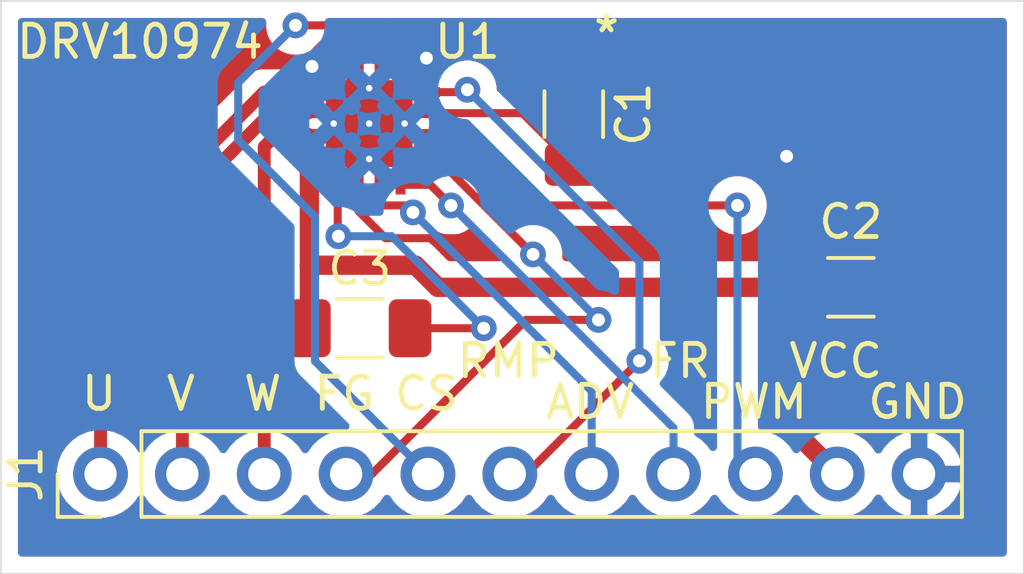
<source format=kicad_pcb>
(kicad_pcb (version 20171130) (host pcbnew "(5.1.10)-1")

  (general
    (thickness 1.6)
    (drawings 15)
    (tracks 92)
    (zones 0)
    (modules 5)
    (nets 15)
  )

  (page A4)
  (title_block
    (title "DRV10974 Evaluation Board")
    (date 2021-08-26)
    (rev V1.0)
    (company "Fabian Haller")
  )

  (layers
    (0 F.Cu signal hide)
    (31 B.Cu signal hide)
    (32 B.Adhes user hide)
    (33 F.Adhes user hide)
    (34 B.Paste user hide)
    (35 F.Paste user)
    (36 B.SilkS user hide)
    (37 F.SilkS user hide)
    (38 B.Mask user hide)
    (39 F.Mask user hide)
    (40 Dwgs.User user hide)
    (41 Cmts.User user hide)
    (42 Eco1.User user hide)
    (43 Eco2.User user hide)
    (44 Edge.Cuts user)
    (45 Margin user hide)
    (46 B.CrtYd user hide)
    (47 F.CrtYd user hide)
    (48 B.Fab user hide)
    (49 F.Fab user hide)
  )

  (setup
    (last_trace_width 0.4)
    (user_trace_width 0.4)
    (user_trace_width 0.6)
    (trace_clearance 0.2)
    (zone_clearance 0.508)
    (zone_45_only no)
    (trace_min 0.2)
    (via_size 0.8)
    (via_drill 0.4)
    (via_min_size 0.6)
    (via_min_drill 0.3)
    (uvia_size 0.3)
    (uvia_drill 0.1)
    (uvias_allowed no)
    (uvia_min_size 0.2)
    (uvia_min_drill 0.1)
    (edge_width 0.05)
    (segment_width 0.2)
    (pcb_text_width 0.3)
    (pcb_text_size 1.5 1.5)
    (mod_edge_width 0.12)
    (mod_text_size 1 1)
    (mod_text_width 0.15)
    (pad_size 0.499999 0.499999)
    (pad_drill 0.2032)
    (pad_to_mask_clearance 0)
    (aux_axis_origin 0 0)
    (visible_elements FFFFFF7F)
    (pcbplotparams
      (layerselection 0x010fc_ffffffff)
      (usegerberextensions false)
      (usegerberattributes true)
      (usegerberadvancedattributes true)
      (creategerberjobfile true)
      (excludeedgelayer true)
      (linewidth 0.100000)
      (plotframeref false)
      (viasonmask false)
      (mode 1)
      (useauxorigin false)
      (hpglpennumber 1)
      (hpglpenspeed 20)
      (hpglpendiameter 15.000000)
      (psnegative false)
      (psa4output false)
      (plotreference true)
      (plotvalue true)
      (plotinvisibletext false)
      (padsonsilk false)
      (subtractmaskfromsilk false)
      (outputformat 1)
      (mirror false)
      (drillshape 0)
      (scaleselection 1)
      (outputdirectory "Gerber/"))
  )

  (net 0 "")
  (net 1 GND)
  (net 2 "Net-(C1-Pad2)")
  (net 3 VCC)
  (net 4 "Net-(C3-Pad2)")
  (net 5 /U)
  (net 6 /V)
  (net 7 /W)
  (net 8 /FG)
  (net 9 /CS)
  (net 10 /RMP)
  (net 11 /ADV)
  (net 12 /FR)
  (net 13 /PWM)
  (net 14 "Net-(U1-Pad8)")

  (net_class Default "This is the default net class."
    (clearance 0.2)
    (trace_width 0.25)
    (via_dia 0.8)
    (via_drill 0.4)
    (uvia_dia 0.3)
    (uvia_drill 0.1)
    (add_net /ADV)
    (add_net /CS)
    (add_net /FG)
    (add_net /FR)
    (add_net /PWM)
    (add_net /RMP)
    (add_net /U)
    (add_net /V)
    (add_net /W)
    (add_net GND)
    (add_net "Net-(C1-Pad2)")
    (add_net "Net-(C3-Pad2)")
    (add_net "Net-(U1-Pad8)")
    (add_net VCC)
  )

  (net_class PWR ""
    (clearance 0.2)
    (trace_width 0.6)
    (via_dia 1.5)
    (via_drill 0.4)
    (uvia_dia 0.3)
    (uvia_drill 0.1)
  )

  (module Capacitor_SMD:C_1206_3216Metric_Pad1.33x1.80mm_HandSolder (layer F.Cu) (tedit 5F68FEEF) (tstamp 6126E74A)
    (at 148.59 98.7675 270)
    (descr "Capacitor SMD 1206 (3216 Metric), square (rectangular) end terminal, IPC_7351 nominal with elongated pad for handsoldering. (Body size source: IPC-SM-782 page 76, https://www.pcb-3d.com/wordpress/wp-content/uploads/ipc-sm-782a_amendment_1_and_2.pdf), generated with kicad-footprint-generator")
    (tags "capacitor handsolder")
    (path /6128BEC1)
    (attr smd)
    (fp_text reference C1 (at 0 -1.85 90) (layer F.SilkS)
      (effects (font (size 1 1) (thickness 0.15)))
    )
    (fp_text value 1u (at 0 1.85 90) (layer F.Fab)
      (effects (font (size 1 1) (thickness 0.15)))
    )
    (fp_line (start 2.48 1.15) (end -2.48 1.15) (layer F.CrtYd) (width 0.05))
    (fp_line (start 2.48 -1.15) (end 2.48 1.15) (layer F.CrtYd) (width 0.05))
    (fp_line (start -2.48 -1.15) (end 2.48 -1.15) (layer F.CrtYd) (width 0.05))
    (fp_line (start -2.48 1.15) (end -2.48 -1.15) (layer F.CrtYd) (width 0.05))
    (fp_line (start -0.711252 0.91) (end 0.711252 0.91) (layer F.SilkS) (width 0.12))
    (fp_line (start -0.711252 -0.91) (end 0.711252 -0.91) (layer F.SilkS) (width 0.12))
    (fp_line (start 1.6 0.8) (end -1.6 0.8) (layer F.Fab) (width 0.1))
    (fp_line (start 1.6 -0.8) (end 1.6 0.8) (layer F.Fab) (width 0.1))
    (fp_line (start -1.6 -0.8) (end 1.6 -0.8) (layer F.Fab) (width 0.1))
    (fp_line (start -1.6 0.8) (end -1.6 -0.8) (layer F.Fab) (width 0.1))
    (fp_text user %R (at 0 0 90) (layer F.Fab)
      (effects (font (size 0.8 0.8) (thickness 0.12)))
    )
    (pad 1 smd roundrect (at -1.5625 0 270) (size 1.325 1.8) (layers F.Cu F.Paste F.Mask) (roundrect_rratio 0.1886784905660377)
      (net 1 GND))
    (pad 2 smd roundrect (at 1.5625 0 270) (size 1.325 1.8) (layers F.Cu F.Paste F.Mask) (roundrect_rratio 0.1886784905660377)
      (net 2 "Net-(C1-Pad2)"))
    (model ${KISYS3DMOD}/Capacitor_SMD.3dshapes/C_1206_3216Metric.wrl
      (at (xyz 0 0 0))
      (scale (xyz 1 1 1))
      (rotate (xyz 0 0 0))
    )
  )

  (module Capacitor_SMD:C_1206_3216Metric_Pad1.33x1.80mm_HandSolder (layer F.Cu) (tedit 5F68FEEF) (tstamp 6126E7FC)
    (at 157.1875 104.14 180)
    (descr "Capacitor SMD 1206 (3216 Metric), square (rectangular) end terminal, IPC_7351 nominal with elongated pad for handsoldering. (Body size source: IPC-SM-782 page 76, https://www.pcb-3d.com/wordpress/wp-content/uploads/ipc-sm-782a_amendment_1_and_2.pdf), generated with kicad-footprint-generator")
    (tags "capacitor handsolder")
    (path /6128A8F9)
    (attr smd)
    (fp_text reference C2 (at 0 2.032) (layer F.SilkS)
      (effects (font (size 1 1) (thickness 0.15)))
    )
    (fp_text value 10u (at 0 1.85) (layer F.Fab)
      (effects (font (size 1 1) (thickness 0.15)))
    )
    (fp_text user %R (at 0 0) (layer F.Fab)
      (effects (font (size 0.8 0.8) (thickness 0.12)))
    )
    (fp_line (start -1.6 0.8) (end -1.6 -0.8) (layer F.Fab) (width 0.1))
    (fp_line (start -1.6 -0.8) (end 1.6 -0.8) (layer F.Fab) (width 0.1))
    (fp_line (start 1.6 -0.8) (end 1.6 0.8) (layer F.Fab) (width 0.1))
    (fp_line (start 1.6 0.8) (end -1.6 0.8) (layer F.Fab) (width 0.1))
    (fp_line (start -0.711252 -0.91) (end 0.711252 -0.91) (layer F.SilkS) (width 0.12))
    (fp_line (start -0.711252 0.91) (end 0.711252 0.91) (layer F.SilkS) (width 0.12))
    (fp_line (start -2.48 1.15) (end -2.48 -1.15) (layer F.CrtYd) (width 0.05))
    (fp_line (start -2.48 -1.15) (end 2.48 -1.15) (layer F.CrtYd) (width 0.05))
    (fp_line (start 2.48 -1.15) (end 2.48 1.15) (layer F.CrtYd) (width 0.05))
    (fp_line (start 2.48 1.15) (end -2.48 1.15) (layer F.CrtYd) (width 0.05))
    (pad 2 smd roundrect (at 1.5625 0 180) (size 1.325 1.8) (layers F.Cu F.Paste F.Mask) (roundrect_rratio 0.1886784905660377)
      (net 3 VCC))
    (pad 1 smd roundrect (at -1.5625 0 180) (size 1.325 1.8) (layers F.Cu F.Paste F.Mask) (roundrect_rratio 0.1886784905660377)
      (net 1 GND))
    (model ${KISYS3DMOD}/Capacitor_SMD.3dshapes/C_1206_3216Metric.wrl
      (at (xyz 0 0 0))
      (scale (xyz 1 1 1))
      (rotate (xyz 0 0 0))
    )
  )

  (module Capacitor_SMD:C_1206_3216Metric_Pad1.33x1.80mm_HandSolder (layer F.Cu) (tedit 5F68FEEF) (tstamp 6126E0B5)
    (at 141.9475 105.41)
    (descr "Capacitor SMD 1206 (3216 Metric), square (rectangular) end terminal, IPC_7351 nominal with elongated pad for handsoldering. (Body size source: IPC-SM-782 page 76, https://www.pcb-3d.com/wordpress/wp-content/uploads/ipc-sm-782a_amendment_1_and_2.pdf), generated with kicad-footprint-generator")
    (tags "capacitor handsolder")
    (path /612886CD)
    (attr smd)
    (fp_text reference C3 (at 0 -1.85) (layer F.SilkS)
      (effects (font (size 1 1) (thickness 0.15)))
    )
    (fp_text value 100n (at 0 1.85) (layer F.Fab)
      (effects (font (size 1 1) (thickness 0.15)))
    )
    (fp_line (start 2.48 1.15) (end -2.48 1.15) (layer F.CrtYd) (width 0.05))
    (fp_line (start 2.48 -1.15) (end 2.48 1.15) (layer F.CrtYd) (width 0.05))
    (fp_line (start -2.48 -1.15) (end 2.48 -1.15) (layer F.CrtYd) (width 0.05))
    (fp_line (start -2.48 1.15) (end -2.48 -1.15) (layer F.CrtYd) (width 0.05))
    (fp_line (start -0.711252 0.91) (end 0.711252 0.91) (layer F.SilkS) (width 0.12))
    (fp_line (start -0.711252 -0.91) (end 0.711252 -0.91) (layer F.SilkS) (width 0.12))
    (fp_line (start 1.6 0.8) (end -1.6 0.8) (layer F.Fab) (width 0.1))
    (fp_line (start 1.6 -0.8) (end 1.6 0.8) (layer F.Fab) (width 0.1))
    (fp_line (start -1.6 -0.8) (end 1.6 -0.8) (layer F.Fab) (width 0.1))
    (fp_line (start -1.6 0.8) (end -1.6 -0.8) (layer F.Fab) (width 0.1))
    (fp_text user %R (at 0 0) (layer F.Fab)
      (effects (font (size 0.8 0.8) (thickness 0.12)))
    )
    (pad 1 smd roundrect (at -1.5625 0) (size 1.325 1.8) (layers F.Cu F.Paste F.Mask) (roundrect_rratio 0.1886784905660377)
      (net 3 VCC))
    (pad 2 smd roundrect (at 1.5625 0) (size 1.325 1.8) (layers F.Cu F.Paste F.Mask) (roundrect_rratio 0.1886784905660377)
      (net 4 "Net-(C3-Pad2)"))
    (model ${KISYS3DMOD}/Capacitor_SMD.3dshapes/C_1206_3216Metric.wrl
      (at (xyz 0 0 0))
      (scale (xyz 1 1 1))
      (rotate (xyz 0 0 0))
    )
  )

  (module Connector_PinHeader_2.54mm:PinHeader_1x11_P2.54mm_Vertical (layer F.Cu) (tedit 6126D8FD) (tstamp 6126E0D4)
    (at 133.905001 109.934999 90)
    (descr "Through hole straight pin header, 1x11, 2.54mm pitch, single row")
    (tags "Through hole pin header THT 1x11 2.54mm single row")
    (path /612B19E1)
    (fp_text reference J1 (at 0 -2.33 90) (layer F.SilkS)
      (effects (font (size 1 1) (thickness 0.15)))
    )
    (fp_text value Conn_01x11_Male (at 0 27.73 90) (layer F.Fab)
      (effects (font (size 1 1) (thickness 0.15)))
    )
    (fp_line (start 1.8 -1.8) (end -1.8 -1.8) (layer F.CrtYd) (width 0.05))
    (fp_line (start 1.8 27.2) (end 1.8 -1.8) (layer F.CrtYd) (width 0.05))
    (fp_line (start -1.8 27.2) (end 1.8 27.2) (layer F.CrtYd) (width 0.05))
    (fp_line (start -1.8 -1.8) (end -1.8 27.2) (layer F.CrtYd) (width 0.05))
    (fp_line (start -1.33 -1.33) (end 0 -1.33) (layer F.SilkS) (width 0.12))
    (fp_line (start -1.33 0) (end -1.33 -1.33) (layer F.SilkS) (width 0.12))
    (fp_line (start -1.33 1.27) (end 1.33 1.27) (layer F.SilkS) (width 0.12))
    (fp_line (start 1.33 1.27) (end 1.33 26.73) (layer F.SilkS) (width 0.12))
    (fp_line (start -1.33 1.27) (end -1.33 26.73) (layer F.SilkS) (width 0.12))
    (fp_line (start -1.33 26.73) (end 1.33 26.73) (layer F.SilkS) (width 0.12))
    (fp_line (start -1.27 -0.635) (end -0.635 -1.27) (layer F.Fab) (width 0.1))
    (fp_line (start -1.27 26.67) (end -1.27 -0.635) (layer F.Fab) (width 0.1))
    (fp_line (start 1.27 26.67) (end -1.27 26.67) (layer F.Fab) (width 0.1))
    (fp_line (start 1.27 -1.27) (end 1.27 26.67) (layer F.Fab) (width 0.1))
    (fp_line (start -0.635 -1.27) (end 1.27 -1.27) (layer F.Fab) (width 0.1))
    (fp_text user %R (at 0 12.7) (layer F.Fab)
      (effects (font (size 1 1) (thickness 0.15)))
    )
    (pad 1 thru_hole circle (at 0 0 90) (size 1.7 1.7) (drill 1) (layers *.Cu *.Mask)
      (net 5 /U))
    (pad 2 thru_hole oval (at 0 2.54 90) (size 1.7 1.7) (drill 1) (layers *.Cu *.Mask)
      (net 6 /V))
    (pad 3 thru_hole oval (at 0 5.08 90) (size 1.7 1.7) (drill 1) (layers *.Cu *.Mask)
      (net 7 /W))
    (pad 4 thru_hole oval (at 0 7.62 90) (size 1.7 1.7) (drill 1) (layers *.Cu *.Mask)
      (net 8 /FG))
    (pad 5 thru_hole oval (at 0 10.16 90) (size 1.7 1.7) (drill 1) (layers *.Cu *.Mask)
      (net 9 /CS))
    (pad 6 thru_hole oval (at 0 12.7 90) (size 1.7 1.7) (drill 1) (layers *.Cu *.Mask)
      (net 10 /RMP))
    (pad 7 thru_hole oval (at 0 15.24 90) (size 1.7 1.7) (drill 1) (layers *.Cu *.Mask)
      (net 11 /ADV))
    (pad 8 thru_hole oval (at 0 17.78 90) (size 1.7 1.7) (drill 1) (layers *.Cu *.Mask)
      (net 12 /FR))
    (pad 9 thru_hole oval (at 0 20.32 90) (size 1.7 1.7) (drill 1) (layers *.Cu *.Mask)
      (net 13 /PWM))
    (pad 10 thru_hole oval (at 0 22.86 90) (size 1.7 1.7) (drill 1) (layers *.Cu *.Mask)
      (net 3 VCC))
    (pad 11 thru_hole oval (at 0 25.4 90) (size 1.7 1.7) (drill 1) (layers *.Cu *.Mask)
      (net 1 GND))
    (model ${KISYS3DMOD}/Connector_PinHeader_2.54mm.3dshapes/PinHeader_1x11_P2.54mm_Vertical.wrl
      (at (xyz 0 0 0))
      (scale (xyz 1 1 1))
      (rotate (xyz 0 0 0))
    )
  )

  (module footprints:DRV10974RUMR (layer F.Cu) (tedit 6126DD1D) (tstamp 6126E654)
    (at 142.24 99.06 180)
    (path /612827A1)
    (fp_text reference U1 (at -3.048 2.54) (layer F.SilkS)
      (effects (font (size 1 1) (thickness 0.15)))
    )
    (fp_text value DRV10974 (at 7.112 2.54) (layer F.SilkS)
      (effects (font (size 1 1) (thickness 0.15)))
    )
    (fp_circle (center -1.45 -1.124999) (end -1.15 -1.124999) (layer F.Fab) (width 0.1))
    (fp_circle (center -1.45 -1.124999) (end -1.15 -1.124999) (layer F.Fab) (width 0.1))
    (fp_poly (pts (xy 0.1 -0.15) (xy 0.1 -1.24) (xy 0.15 -1.29) (xy 1.24 -1.29)
      (xy 1.29 -1.24) (xy 1.29 -0.15) (xy 1.24 -0.1) (xy 0.15 -0.1)) (layer F.Paste) (width 0.1))
    (fp_poly (pts (xy -0.1 -0.15) (xy -0.1 -1.24) (xy -0.15 -1.29) (xy -1.24 -1.29)
      (xy -1.29 -1.24) (xy -1.29 -0.15) (xy -1.24 -0.1) (xy -0.15 -0.1)) (layer F.Paste) (width 0.1))
    (fp_poly (pts (xy -0.1 0.15) (xy -0.1 1.24) (xy -0.15 1.29) (xy -1.24 1.29)
      (xy -1.29 1.24) (xy -1.29 0.15) (xy -1.24 0.1) (xy -0.15 0.1)) (layer F.Paste) (width 0.1))
    (fp_poly (pts (xy 0.1 0.15) (xy 0.1 1.24) (xy 0.15 1.29) (xy 1.24 1.29)
      (xy 1.29 1.24) (xy 1.29 0.15) (xy 1.24 0.1) (xy 0.15 0.1)) (layer F.Paste) (width 0.1))
    (fp_line (start -2.050001 2.050001) (end 2.050001 2.050001) (layer F.Fab) (width 0.1))
    (fp_line (start -2.050001 -2.050001) (end 2.050001 -2.050001) (layer F.Fab) (width 0.1))
    (fp_line (start 2.050001 2.050001) (end 2.050001 -2.050001) (layer F.Fab) (width 0.1))
    (fp_line (start -2.050001 2.050001) (end -2.050001 -2.050001) (layer F.Fab) (width 0.1))
    (fp_text user "Copyright 2021 Accelerated Designs. All rights reserved." (at 0 0) (layer Cmts.User)
      (effects (font (size 0.127 0.127) (thickness 0.002)))
    )
    (fp_text user * (at -7.366 2.794) (layer F.SilkS)
      (effects (font (size 1 1) (thickness 0.15)))
    )
    (fp_text user * (at 0 0) (layer F.Fab)
      (effects (font (size 1 1) (thickness 0.15)))
    )
    (fp_text user .Designator (at -1.8542 0.508) (layer F.Fab)
      (effects (font (size 1 1) (thickness 0.15)))
    )
    (fp_text user .Designator (at -1.8542 0.508) (layer Dwgs.User)
      (effects (font (size 1 1) (thickness 0.15)))
    )
    (pad 1 smd rect (at -1.899999 -0.974999 270) (size 0.309999 0.599999) (layers F.Cu F.Paste F.Mask)
      (net 8 /FG))
    (pad 2 smd rect (at -1.899999 -0.325001 270) (size 0.309999 0.599999) (layers F.Cu F.Paste F.Mask)
      (net 13 /PWM))
    (pad 3 smd rect (at -1.899999 0.325001 270) (size 0.309999 0.599999) (layers F.Cu F.Paste F.Mask)
      (net 2 "Net-(C1-Pad2)"))
    (pad 4 smd rect (at -1.899999 0.974999 270) (size 0.309999 0.599999) (layers F.Cu F.Paste F.Mask)
      (net 10 /RMP))
    (pad 5 smd rect (at -0.974999 1.899999 180) (size 0.309999 0.599999) (layers F.Cu F.Paste F.Mask)
      (net 1 GND))
    (pad 6 smd rect (at -0.325001 1.899999 180) (size 0.309999 0.599999) (layers F.Cu F.Paste F.Mask)
      (net 9 /CS))
    (pad 7 smd rect (at 0.325001 1.899999 180) (size 0.309999 0.599999) (layers F.Cu F.Paste F.Mask)
      (net 1 GND))
    (pad 8 smd rect (at 0.974999 1.899999 180) (size 0.309999 0.599999) (layers F.Cu F.Paste F.Mask)
      (net 14 "Net-(U1-Pad8)"))
    (pad 9 smd rect (at 1.899999 0.974999 270) (size 0.309999 0.599999) (layers F.Cu F.Paste F.Mask)
      (net 5 /U))
    (pad 10 smd rect (at 1.899999 0.325001 270) (size 0.309999 0.599999) (layers F.Cu F.Paste F.Mask)
      (net 6 /V))
    (pad 11 smd rect (at 1.899999 -0.325001 270) (size 0.309999 0.599999) (layers F.Cu F.Paste F.Mask)
      (net 7 /W))
    (pad 12 smd rect (at 1.899999 -0.974999 270) (size 0.309999 0.599999) (layers F.Cu F.Paste F.Mask)
      (net 3 VCC))
    (pad 13 smd rect (at 0.974999 -1.899999 180) (size 0.309999 0.599999) (layers F.Cu F.Paste F.Mask)
      (net 4 "Net-(C3-Pad2)"))
    (pad 14 smd rect (at 0.325001 -1.899999 180) (size 0.309999 0.599999) (layers F.Cu F.Paste F.Mask)
      (net 1 GND))
    (pad 15 smd rect (at -0.325001 -1.899999 180) (size 0.309999 0.599999) (layers F.Cu F.Paste F.Mask)
      (net 11 /ADV))
    (pad 16 smd rect (at -0.974999 -1.899999 180) (size 0.309999 0.599999) (layers F.Cu F.Paste F.Mask)
      (net 12 /FR))
    (pad 17 smd rect (at 0 0 180) (size 2.7 2.7) (layers F.Cu F.Paste F.Mask)
      (net 1 GND))
    (pad V thru_hole circle (at 0 -1.1 180) (size 0.499999 0.499999) (drill 0.2032) (layers *.Cu *.Mask)
      (net 1 GND))
    (pad V thru_hole circle (at -1.1 0 180) (size 0.499999 0.499999) (drill 0.2032) (layers *.Cu *.Mask)
      (net 1 GND))
    (pad V thru_hole circle (at 0 0 180) (size 0.499999 0.499999) (drill 0.2032) (layers *.Cu *.Mask)
      (net 1 GND))
    (pad V thru_hole circle (at 1.1 0 180) (size 0.499999 0.499999) (drill 0.2032) (layers *.Cu *.Mask)
      (net 1 GND))
    (pad V thru_hole circle (at 0 1.1 180) (size 0.499999 0.499999) (drill 0.2032) (layers *.Cu *.Mask)
      (net 1 GND))
  )

  (gr_text GND (at 159.258 107.696) (layer F.SilkS)
    (effects (font (size 1 1) (thickness 0.15)))
  )
  (gr_text VCC (at 156.718 106.426) (layer F.SilkS)
    (effects (font (size 1 1) (thickness 0.15)))
  )
  (gr_text PWM (at 154.178 107.696) (layer F.SilkS)
    (effects (font (size 1 1) (thickness 0.15)))
  )
  (gr_text FR (at 151.892 106.426) (layer F.SilkS)
    (effects (font (size 1 1) (thickness 0.15)))
  )
  (gr_text ADV (at 149.098 107.696) (layer F.SilkS)
    (effects (font (size 1 1) (thickness 0.15)))
  )
  (gr_text RMP (at 146.558 106.426) (layer F.SilkS)
    (effects (font (size 1 1) (thickness 0.15)))
  )
  (gr_text CS (at 144.018 107.442) (layer F.SilkS)
    (effects (font (size 1 1) (thickness 0.15)))
  )
  (gr_text FG (at 141.478 107.442) (layer F.SilkS)
    (effects (font (size 1 1) (thickness 0.15)))
  )
  (gr_text W (at 138.938 107.442) (layer F.SilkS)
    (effects (font (size 1 1) (thickness 0.15)))
  )
  (gr_text V (at 136.398 107.442) (layer F.SilkS)
    (effects (font (size 1 1) (thickness 0.15)))
  )
  (gr_text U (at 133.858 107.442) (layer F.SilkS)
    (effects (font (size 1 1) (thickness 0.15)))
  )
  (gr_line (start 162.56 95.25) (end 130.81 95.25) (layer Edge.Cuts) (width 0.05) (tstamp 6126EE0D))
  (gr_line (start 162.56 113.03) (end 162.56 95.25) (layer Edge.Cuts) (width 0.05))
  (gr_line (start 130.81 113.03) (end 162.56 113.03) (layer Edge.Cuts) (width 0.05))
  (gr_line (start 130.81 95.25) (end 130.81 113.03) (layer Edge.Cuts) (width 0.05))

  (segment (start 140.466653 96.918349) (end 140.466653 97.286653) (width 0.25) (layer F.Cu) (net 1))
  (via (at 140.466653 97.286653) (size 0.8) (drill 0.4) (layers F.Cu B.Cu) (net 1))
  (segment (start 140.922992 96.46201) (end 140.466653 96.918349) (width 0.25) (layer F.Cu) (net 1))
  (segment (start 141.7996 96.46201) (end 140.922992 96.46201) (width 0.25) (layer F.Cu) (net 1))
  (segment (start 141.914999 96.577409) (end 141.7996 96.46201) (width 0.25) (layer F.Cu) (net 1))
  (segment (start 141.914999 97.160001) (end 141.914999 96.577409) (width 0.25) (layer F.Cu) (net 1))
  (segment (start 143.214999 97.836002) (end 142.541001 98.51) (width 0.25) (layer F.Cu) (net 1))
  (segment (start 143.214999 97.160001) (end 143.214999 97.836002) (width 0.25) (layer F.Cu) (net 1))
  (segment (start 141.914999 97.434) (end 141.665 97.683999) (width 0.25) (layer F.Cu) (net 1))
  (segment (start 141.914999 97.160001) (end 141.914999 97.434) (width 0.25) (layer F.Cu) (net 1))
  (segment (start 141.914999 100.686) (end 141.665 100.436001) (width 0.25) (layer F.Cu) (net 1))
  (segment (start 141.665 100.436001) (end 141.665 100.334999) (width 0.25) (layer F.Cu) (net 1))
  (segment (start 141.914999 100.959999) (end 141.914999 100.686) (width 0.25) (layer F.Cu) (net 1))
  (segment (start 141.914999 101.782999) (end 142.748 102.616) (width 0.25) (layer F.Cu) (net 1))
  (segment (start 141.914999 100.959999) (end 141.914999 101.782999) (width 0.25) (layer F.Cu) (net 1))
  (segment (start 142.748 102.616) (end 145.288 102.616) (width 0.25) (layer F.Cu) (net 1))
  (segment (start 145.288 102.616) (end 145.288 102.616) (width 0.25) (layer F.Cu) (net 1) (tstamp 6126F0BA))
  (via (at 144.018 97.028) (size 0.8) (drill 0.4) (layers F.Cu B.Cu) (net 1))
  (via (at 155.194 100.076) (size 0.8) (drill 0.4) (layers F.Cu B.Cu) (net 1))
  (segment (start 146.994999 98.734999) (end 144.139999 98.734999) (width 0.25) (layer F.Cu) (net 2))
  (segment (start 148.59 100.33) (end 146.994999 98.734999) (width 0.25) (layer F.Cu) (net 2))
  (segment (start 155.625 108.794998) (end 156.765001 109.934999) (width 0.6) (layer F.Cu) (net 3))
  (segment (start 155.625 104.14) (end 155.625 108.794998) (width 0.6) (layer F.Cu) (net 3))
  (segment (start 140.385 103.455) (end 140.385 100.085001) (width 0.6) (layer F.Cu) (net 3))
  (segment (start 144.363178 104.14) (end 143.678178 103.455) (width 0.6) (layer F.Cu) (net 3))
  (segment (start 143.678178 103.455) (end 140.385 103.455) (width 0.6) (layer F.Cu) (net 3))
  (segment (start 155.625 104.14) (end 144.363178 104.14) (width 0.6) (layer F.Cu) (net 3))
  (segment (start 140.385 103.455) (end 140.385 105.41) (width 0.6) (layer F.Cu) (net 3))
  (via (at 141.285 102.555) (size 0.8) (drill 0.4) (layers F.Cu B.Cu) (net 4))
  (segment (start 141.265001 102.535001) (end 141.285 102.555) (width 0.25) (layer F.Cu) (net 4))
  (segment (start 141.265001 100.959999) (end 141.265001 102.535001) (width 0.25) (layer F.Cu) (net 4))
  (segment (start 141.285 102.555) (end 142.941 102.555) (width 0.25) (layer B.Cu) (net 4))
  (via (at 145.796 105.41) (size 0.8) (drill 0.4) (layers F.Cu B.Cu) (net 4))
  (segment (start 142.941 102.555) (end 145.796 105.41) (width 0.25) (layer B.Cu) (net 4))
  (segment (start 145.796 105.41) (end 143.51 105.41) (width 0.25) (layer F.Cu) (net 4))
  (segment (start 133.905001 109.934999) (end 133.905001 103.820002) (width 0.4) (layer F.Cu) (net 5))
  (segment (start 133.905001 103.157915) (end 133.905001 103.820002) (width 0.4) (layer F.Cu) (net 5))
  (segment (start 138.977915 98.085001) (end 133.905001 103.157915) (width 0.4) (layer F.Cu) (net 5))
  (segment (start 140.340001 98.085001) (end 138.977915 98.085001) (width 0.4) (layer F.Cu) (net 5))
  (segment (start 136.445001 102.128544) (end 136.445001 109.934999) (width 0.4) (layer F.Cu) (net 6))
  (segment (start 136.445001 101.466457) (end 136.445001 102.128544) (width 0.4) (layer F.Cu) (net 6))
  (segment (start 139.176459 98.734999) (end 136.445001 101.466457) (width 0.4) (layer F.Cu) (net 6))
  (segment (start 140.340001 98.734999) (end 139.176459 98.734999) (width 0.4) (layer F.Cu) (net 6))
  (segment (start 138.985001 99.774999) (end 138.985001 109.934999) (width 0.4) (layer F.Cu) (net 7))
  (segment (start 139.374999 99.385001) (end 138.985001 99.774999) (width 0.4) (layer F.Cu) (net 7))
  (segment (start 140.340001 99.385001) (end 139.374999 99.385001) (width 0.4) (layer F.Cu) (net 7))
  (segment (start 144.139999 100.034999) (end 144.368999 100.034999) (width 0.25) (layer F.Cu) (net 8))
  (via (at 147.324653 103.119347) (size 0.8) (drill 0.4) (layers F.Cu B.Cu) (net 8))
  (segment (start 144.240305 100.034999) (end 147.324653 103.119347) (width 0.25) (layer F.Cu) (net 8))
  (segment (start 144.139999 100.034999) (end 144.240305 100.034999) (width 0.25) (layer F.Cu) (net 8))
  (via (at 149.356653 105.151347) (size 0.8) (drill 0.4) (layers F.Cu B.Cu) (net 8))
  (segment (start 147.324653 103.119347) (end 149.356653 105.151347) (width 0.25) (layer B.Cu) (net 8))
  (segment (start 142.325999 109.934999) (end 141.525001 109.934999) (width 0.25) (layer F.Cu) (net 8))
  (segment (start 147.109651 105.151347) (end 142.325999 109.934999) (width 0.25) (layer F.Cu) (net 8))
  (segment (start 149.356653 105.151347) (end 147.109651 105.151347) (width 0.25) (layer F.Cu) (net 8))
  (segment (start 142.565001 96.591001) (end 142.565001 97.160001) (width 0.25) (layer F.Cu) (net 9))
  (segment (start 141.986 96.012) (end 142.565001 96.591001) (width 0.25) (layer F.Cu) (net 9))
  (segment (start 140.559999 106.429997) (end 144.065001 109.934999) (width 0.25) (layer B.Cu) (net 9))
  (segment (start 140.559999 101.951999) (end 140.559999 106.429997) (width 0.25) (layer B.Cu) (net 9))
  (segment (start 138.176 99.568) (end 140.559999 101.951999) (width 0.25) (layer B.Cu) (net 9))
  (segment (start 138.176 97.79) (end 138.176 99.568) (width 0.25) (layer B.Cu) (net 9))
  (via (at 139.954 96.012) (size 0.8) (drill 0.4) (layers F.Cu B.Cu) (net 9))
  (segment (start 140.97 96.012) (end 139.954 96.012) (width 0.25) (layer F.Cu) (net 9))
  (segment (start 140.716 96.012) (end 140.97 96.012) (width 0.25) (layer F.Cu) (net 9))
  (segment (start 140.97 96.012) (end 141.986 96.012) (width 0.25) (layer F.Cu) (net 9))
  (segment (start 139.954 96.012) (end 138.176 97.79) (width 0.25) (layer B.Cu) (net 9))
  (via (at 145.288 98.009999) (size 0.8) (drill 0.4) (layers F.Cu B.Cu) (net 10))
  (segment (start 145.212998 98.085001) (end 145.288 98.009999) (width 0.25) (layer F.Cu) (net 10))
  (segment (start 144.139999 98.085001) (end 145.212998 98.085001) (width 0.25) (layer F.Cu) (net 10))
  (via (at 150.626653 106.421347) (size 0.8) (drill 0.4) (layers F.Cu B.Cu) (net 10))
  (segment (start 150.626653 103.348652) (end 150.626653 106.421347) (width 0.25) (layer B.Cu) (net 10))
  (segment (start 145.288 98.009999) (end 150.626653 103.348652) (width 0.25) (layer B.Cu) (net 10))
  (segment (start 147.113001 109.934999) (end 146.605001 109.934999) (width 0.25) (layer F.Cu) (net 10))
  (segment (start 150.626653 106.421347) (end 147.113001 109.934999) (width 0.25) (layer F.Cu) (net 10))
  (segment (start 142.565001 101.509998) (end 142.655003 101.6) (width 0.25) (layer F.Cu) (net 11))
  (segment (start 142.565001 100.959999) (end 142.565001 101.509998) (width 0.25) (layer F.Cu) (net 11))
  (via (at 143.59845 101.814808) (size 0.8) (drill 0.4) (layers F.Cu B.Cu) (net 11))
  (segment (start 143.383642 101.6) (end 143.59845 101.814808) (width 0.25) (layer F.Cu) (net 11))
  (segment (start 142.655003 101.6) (end 143.383642 101.6) (width 0.25) (layer F.Cu) (net 11))
  (segment (start 149.145001 107.361359) (end 149.145001 109.934999) (width 0.25) (layer B.Cu) (net 11))
  (segment (start 143.59845 101.814808) (end 149.145001 107.361359) (width 0.25) (layer B.Cu) (net 11))
  (segment (start 143.214999 100.959999) (end 144.139999 100.959999) (width 0.25) (layer F.Cu) (net 12))
  (via (at 144.78 101.6) (size 0.8) (drill 0.4) (layers F.Cu B.Cu) (net 12))
  (segment (start 144.139999 100.959999) (end 144.78 101.6) (width 0.25) (layer F.Cu) (net 12))
  (segment (start 151.685001 108.505001) (end 151.685001 109.934999) (width 0.25) (layer B.Cu) (net 12))
  (segment (start 144.78 101.6) (end 151.685001 108.505001) (width 0.25) (layer B.Cu) (net 12))
  (segment (start 144.689998 99.385001) (end 146.904997 101.6) (width 0.25) (layer F.Cu) (net 13))
  (segment (start 144.139999 99.385001) (end 144.689998 99.385001) (width 0.25) (layer F.Cu) (net 13))
  (via (at 153.67 101.6) (size 0.8) (drill 0.4) (layers F.Cu B.Cu) (net 13))
  (segment (start 146.904997 101.6) (end 153.67 101.6) (width 0.25) (layer F.Cu) (net 13))
  (segment (start 153.67 109.379998) (end 154.225001 109.934999) (width 0.25) (layer B.Cu) (net 13))
  (segment (start 153.67 101.6) (end 153.67 109.379998) (width 0.25) (layer B.Cu) (net 13))

  (zone (net 1) (net_name GND) (layer B.Cu) (tstamp 6126FB17) (hatch edge 0.508)
    (connect_pads (clearance 0.508))
    (min_thickness 0.254)
    (fill yes (arc_segments 32) (thermal_gap 0.508) (thermal_bridge_width 0.508))
    (polygon
      (pts
        (xy 162.56 113.03) (xy 130.81 113.03) (xy 130.81 95.25) (xy 162.56 95.25)
      )
    )
    (filled_polygon
      (pts
        (xy 138.919 95.910061) (xy 138.919 95.972198) (xy 137.665003 97.226196) (xy 137.635999 97.249999) (xy 137.59131 97.304453)
        (xy 137.541026 97.365724) (xy 137.48529 97.469998) (xy 137.470454 97.497754) (xy 137.426997 97.641015) (xy 137.416 97.752668)
        (xy 137.416 97.752678) (xy 137.412324 97.79) (xy 137.416 97.827323) (xy 137.416001 99.530668) (xy 137.412324 99.568)
        (xy 137.426998 99.716985) (xy 137.470454 99.860246) (xy 137.541026 99.992276) (xy 137.612201 100.079002) (xy 137.636 100.108001)
        (xy 137.664998 100.131799) (xy 139.799999 102.266801) (xy 139.8 106.392665) (xy 139.796323 106.429997) (xy 139.810997 106.578982)
        (xy 139.854453 106.722243) (xy 139.925025 106.854273) (xy 139.972075 106.911603) (xy 140.019999 106.969998) (xy 140.048997 106.993796)
        (xy 141.5052 108.449999) (xy 141.378741 108.449999) (xy 141.091843 108.507067) (xy 140.82159 108.619009) (xy 140.578369 108.781524)
        (xy 140.371526 108.988367) (xy 140.255001 109.162759) (xy 140.138476 108.988367) (xy 139.931633 108.781524) (xy 139.688412 108.619009)
        (xy 139.418159 108.507067) (xy 139.131261 108.449999) (xy 138.838741 108.449999) (xy 138.551843 108.507067) (xy 138.28159 108.619009)
        (xy 138.038369 108.781524) (xy 137.831526 108.988367) (xy 137.715001 109.162759) (xy 137.598476 108.988367) (xy 137.391633 108.781524)
        (xy 137.148412 108.619009) (xy 136.878159 108.507067) (xy 136.591261 108.449999) (xy 136.298741 108.449999) (xy 136.011843 108.507067)
        (xy 135.74159 108.619009) (xy 135.498369 108.781524) (xy 135.291526 108.988367) (xy 135.175001 109.162759) (xy 135.058476 108.988367)
        (xy 134.851633 108.781524) (xy 134.608412 108.619009) (xy 134.338159 108.507067) (xy 134.051261 108.449999) (xy 133.758741 108.449999)
        (xy 133.471843 108.507067) (xy 133.20159 108.619009) (xy 132.958369 108.781524) (xy 132.751526 108.988367) (xy 132.589011 109.231588)
        (xy 132.477069 109.501841) (xy 132.420001 109.788739) (xy 132.420001 110.081259) (xy 132.477069 110.368157) (xy 132.589011 110.63841)
        (xy 132.751526 110.881631) (xy 132.958369 111.088474) (xy 133.20159 111.250989) (xy 133.471843 111.362931) (xy 133.758741 111.419999)
        (xy 134.051261 111.419999) (xy 134.338159 111.362931) (xy 134.608412 111.250989) (xy 134.851633 111.088474) (xy 135.058476 110.881631)
        (xy 135.175001 110.707239) (xy 135.291526 110.881631) (xy 135.498369 111.088474) (xy 135.74159 111.250989) (xy 136.011843 111.362931)
        (xy 136.298741 111.419999) (xy 136.591261 111.419999) (xy 136.878159 111.362931) (xy 137.148412 111.250989) (xy 137.391633 111.088474)
        (xy 137.598476 110.881631) (xy 137.715001 110.707239) (xy 137.831526 110.881631) (xy 138.038369 111.088474) (xy 138.28159 111.250989)
        (xy 138.551843 111.362931) (xy 138.838741 111.419999) (xy 139.131261 111.419999) (xy 139.418159 111.362931) (xy 139.688412 111.250989)
        (xy 139.931633 111.088474) (xy 140.138476 110.881631) (xy 140.255001 110.707239) (xy 140.371526 110.881631) (xy 140.578369 111.088474)
        (xy 140.82159 111.250989) (xy 141.091843 111.362931) (xy 141.378741 111.419999) (xy 141.671261 111.419999) (xy 141.958159 111.362931)
        (xy 142.228412 111.250989) (xy 142.471633 111.088474) (xy 142.678476 110.881631) (xy 142.795001 110.707239) (xy 142.911526 110.881631)
        (xy 143.118369 111.088474) (xy 143.36159 111.250989) (xy 143.631843 111.362931) (xy 143.918741 111.419999) (xy 144.211261 111.419999)
        (xy 144.498159 111.362931) (xy 144.768412 111.250989) (xy 145.011633 111.088474) (xy 145.218476 110.881631) (xy 145.335001 110.707239)
        (xy 145.451526 110.881631) (xy 145.658369 111.088474) (xy 145.90159 111.250989) (xy 146.171843 111.362931) (xy 146.458741 111.419999)
        (xy 146.751261 111.419999) (xy 147.038159 111.362931) (xy 147.308412 111.250989) (xy 147.551633 111.088474) (xy 147.758476 110.881631)
        (xy 147.875001 110.707239) (xy 147.991526 110.881631) (xy 148.198369 111.088474) (xy 148.44159 111.250989) (xy 148.711843 111.362931)
        (xy 148.998741 111.419999) (xy 149.291261 111.419999) (xy 149.578159 111.362931) (xy 149.848412 111.250989) (xy 150.091633 111.088474)
        (xy 150.298476 110.881631) (xy 150.415001 110.707239) (xy 150.531526 110.881631) (xy 150.738369 111.088474) (xy 150.98159 111.250989)
        (xy 151.251843 111.362931) (xy 151.538741 111.419999) (xy 151.831261 111.419999) (xy 152.118159 111.362931) (xy 152.388412 111.250989)
        (xy 152.631633 111.088474) (xy 152.838476 110.881631) (xy 152.955001 110.707239) (xy 153.071526 110.881631) (xy 153.278369 111.088474)
        (xy 153.52159 111.250989) (xy 153.791843 111.362931) (xy 154.078741 111.419999) (xy 154.371261 111.419999) (xy 154.658159 111.362931)
        (xy 154.928412 111.250989) (xy 155.171633 111.088474) (xy 155.378476 110.881631) (xy 155.495001 110.707239) (xy 155.611526 110.881631)
        (xy 155.818369 111.088474) (xy 156.06159 111.250989) (xy 156.331843 111.362931) (xy 156.618741 111.419999) (xy 156.911261 111.419999)
        (xy 157.198159 111.362931) (xy 157.468412 111.250989) (xy 157.711633 111.088474) (xy 157.918476 110.881631) (xy 158.040196 110.699465)
        (xy 158.109823 110.816354) (xy 158.304732 111.032587) (xy 158.538081 111.20664) (xy 158.800902 111.331824) (xy 158.948111 111.376475)
        (xy 159.178001 111.255154) (xy 159.178001 110.061999) (xy 159.432001 110.061999) (xy 159.432001 111.255154) (xy 159.661891 111.376475)
        (xy 159.8091 111.331824) (xy 160.071921 111.20664) (xy 160.30527 111.032587) (xy 160.500179 110.816354) (xy 160.649158 110.566251)
        (xy 160.746482 110.29189) (xy 160.625815 110.061999) (xy 159.432001 110.061999) (xy 159.178001 110.061999) (xy 159.158001 110.061999)
        (xy 159.158001 109.807999) (xy 159.178001 109.807999) (xy 159.178001 108.614844) (xy 159.432001 108.614844) (xy 159.432001 109.807999)
        (xy 160.625815 109.807999) (xy 160.746482 109.578108) (xy 160.649158 109.303747) (xy 160.500179 109.053644) (xy 160.30527 108.837411)
        (xy 160.071921 108.663358) (xy 159.8091 108.538174) (xy 159.661891 108.493523) (xy 159.432001 108.614844) (xy 159.178001 108.614844)
        (xy 158.948111 108.493523) (xy 158.800902 108.538174) (xy 158.538081 108.663358) (xy 158.304732 108.837411) (xy 158.109823 109.053644)
        (xy 158.040196 109.170533) (xy 157.918476 108.988367) (xy 157.711633 108.781524) (xy 157.468412 108.619009) (xy 157.198159 108.507067)
        (xy 156.911261 108.449999) (xy 156.618741 108.449999) (xy 156.331843 108.507067) (xy 156.06159 108.619009) (xy 155.818369 108.781524)
        (xy 155.611526 108.988367) (xy 155.495001 109.162759) (xy 155.378476 108.988367) (xy 155.171633 108.781524) (xy 154.928412 108.619009)
        (xy 154.658159 108.507067) (xy 154.43 108.461683) (xy 154.43 102.303711) (xy 154.473937 102.259774) (xy 154.587205 102.090256)
        (xy 154.665226 101.901898) (xy 154.705 101.701939) (xy 154.705 101.498061) (xy 154.665226 101.298102) (xy 154.587205 101.109744)
        (xy 154.473937 100.940226) (xy 154.329774 100.796063) (xy 154.160256 100.682795) (xy 153.971898 100.604774) (xy 153.771939 100.565)
        (xy 153.568061 100.565) (xy 153.368102 100.604774) (xy 153.179744 100.682795) (xy 153.010226 100.796063) (xy 152.866063 100.940226)
        (xy 152.752795 101.109744) (xy 152.674774 101.298102) (xy 152.635 101.498061) (xy 152.635 101.701939) (xy 152.674774 101.901898)
        (xy 152.752795 102.090256) (xy 152.866063 102.259774) (xy 152.91 102.303711) (xy 152.910001 109.095412) (xy 152.838476 108.988367)
        (xy 152.631633 108.781524) (xy 152.445001 108.656821) (xy 152.445001 108.542323) (xy 152.448677 108.505) (xy 152.445001 108.467677)
        (xy 152.445001 108.467668) (xy 152.434004 108.356015) (xy 152.390547 108.212754) (xy 152.319976 108.080726) (xy 152.319975 108.080724)
        (xy 152.2488 107.993998) (xy 152.225002 107.965) (xy 152.196005 107.941203) (xy 151.383256 107.128455) (xy 151.43059 107.081121)
        (xy 151.543858 106.911603) (xy 151.621879 106.723245) (xy 151.661653 106.523286) (xy 151.661653 106.319408) (xy 151.621879 106.119449)
        (xy 151.543858 105.931091) (xy 151.43059 105.761573) (xy 151.386653 105.717636) (xy 151.386653 103.385974) (xy 151.390329 103.348651)
        (xy 151.386653 103.311328) (xy 151.386653 103.311319) (xy 151.375656 103.199666) (xy 151.332199 103.056405) (xy 151.261627 102.924376)
        (xy 151.248464 102.908337) (xy 151.190452 102.837648) (xy 151.190448 102.837644) (xy 151.166654 102.808651) (xy 151.137662 102.784858)
        (xy 146.323 97.970198) (xy 146.323 97.90806) (xy 146.283226 97.708101) (xy 146.205205 97.519743) (xy 146.091937 97.350225)
        (xy 145.947774 97.206062) (xy 145.778256 97.092794) (xy 145.589898 97.014773) (xy 145.389939 96.974999) (xy 145.186061 96.974999)
        (xy 144.986102 97.014773) (xy 144.797744 97.092794) (xy 144.628226 97.206062) (xy 144.484063 97.350225) (xy 144.370795 97.519743)
        (xy 144.292774 97.708101) (xy 144.253 97.90806) (xy 144.253 98.111938) (xy 144.292774 98.311897) (xy 144.370795 98.500255)
        (xy 144.484063 98.669773) (xy 144.628226 98.813936) (xy 144.797744 98.927204) (xy 144.986102 99.005225) (xy 145.186061 99.044999)
        (xy 145.248199 99.044999) (xy 149.866653 103.663455) (xy 149.866653 104.247335) (xy 149.846909 104.234142) (xy 149.658551 104.156121)
        (xy 149.458592 104.116347) (xy 149.396455 104.116347) (xy 148.359653 103.079546) (xy 148.359653 103.017408) (xy 148.319879 102.817449)
        (xy 148.241858 102.629091) (xy 148.12859 102.459573) (xy 147.984427 102.31541) (xy 147.814909 102.202142) (xy 147.626551 102.124121)
        (xy 147.426592 102.084347) (xy 147.222714 102.084347) (xy 147.022755 102.124121) (xy 146.834397 102.202142) (xy 146.664879 102.31541)
        (xy 146.617545 102.362744) (xy 145.815 101.560199) (xy 145.815 101.498061) (xy 145.775226 101.298102) (xy 145.697205 101.109744)
        (xy 145.583937 100.940226) (xy 145.439774 100.796063) (xy 145.270256 100.682795) (xy 145.081898 100.604774) (xy 144.881939 100.565)
        (xy 144.678061 100.565) (xy 144.478102 100.604774) (xy 144.289744 100.682795) (xy 144.120226 100.796063) (xy 144.039194 100.877095)
        (xy 143.900348 100.819582) (xy 143.700389 100.779808) (xy 143.496511 100.779808) (xy 143.296552 100.819582) (xy 143.108194 100.897603)
        (xy 142.938676 101.010871) (xy 142.794513 101.155034) (xy 142.681245 101.324552) (xy 142.603224 101.51291) (xy 142.56345 101.712869)
        (xy 142.56345 101.795) (xy 141.988711 101.795) (xy 141.944774 101.751063) (xy 141.775256 101.637795) (xy 141.586898 101.559774)
        (xy 141.386939 101.52) (xy 141.188635 101.52) (xy 141.1 101.411998) (xy 141.071003 101.388201) (xy 140.438964 100.756162)
        (xy 141.817784 100.756162) (xy 141.821826 100.944826) (xy 141.982973 101.011328) (xy 142.153997 101.045112) (xy 142.328327 101.044884)
        (xy 142.499262 101.010649) (xy 142.658174 100.944826) (xy 142.662216 100.756162) (xy 142.24 100.333947) (xy 141.817784 100.756162)
        (xy 140.438964 100.756162) (xy 139.338964 99.656162) (xy 140.717784 99.656162) (xy 140.721826 99.844826) (xy 140.882973 99.911328)
        (xy 141.053997 99.945112) (xy 141.228327 99.944884) (xy 141.386657 99.913174) (xy 141.354888 100.073997) (xy 141.355116 100.248327)
        (xy 141.389351 100.419262) (xy 141.455174 100.578174) (xy 141.643838 100.582216) (xy 142.066053 100.16) (xy 142.413947 100.16)
        (xy 142.836162 100.582216) (xy 143.024826 100.578174) (xy 143.091328 100.417027) (xy 143.125112 100.246003) (xy 143.124884 100.071673)
        (xy 143.093174 99.913343) (xy 143.253997 99.945112) (xy 143.428327 99.944884) (xy 143.599262 99.910649) (xy 143.758174 99.844826)
        (xy 143.762216 99.656162) (xy 143.34 99.233947) (xy 142.917784 99.656162) (xy 142.919571 99.739571) (xy 142.836162 99.737784)
        (xy 142.413947 100.16) (xy 142.066053 100.16) (xy 141.643838 99.737784) (xy 141.560429 99.739571) (xy 141.562216 99.656162)
        (xy 141.14 99.233947) (xy 140.717784 99.656162) (xy 139.338964 99.656162) (xy 138.936 99.253199) (xy 138.936 98.973997)
        (xy 140.254888 98.973997) (xy 140.255116 99.148327) (xy 140.289351 99.319262) (xy 140.355174 99.478174) (xy 140.543838 99.482216)
        (xy 140.966053 99.06) (xy 141.313947 99.06) (xy 141.355054 99.101107) (xy 141.355116 99.148327) (xy 141.389351 99.319262)
        (xy 141.455174 99.478174) (xy 141.643838 99.482216) (xy 141.69 99.436054) (xy 141.736162 99.482216) (xy 141.819571 99.480429)
        (xy 141.817784 99.563838) (xy 141.863946 99.61) (xy 141.817784 99.656162) (xy 141.821826 99.844826) (xy 141.982973 99.911328)
        (xy 142.153997 99.945112) (xy 142.199 99.945053) (xy 142.24 99.986053) (xy 142.281107 99.944946) (xy 142.328327 99.944884)
        (xy 142.499262 99.910649) (xy 142.658174 99.844826) (xy 142.662216 99.656162) (xy 142.616054 99.61) (xy 142.662216 99.563838)
        (xy 142.660429 99.480429) (xy 142.743838 99.482216) (xy 142.79 99.436054) (xy 142.836162 99.482216) (xy 143.024826 99.478174)
        (xy 143.091328 99.317027) (xy 143.125112 99.146003) (xy 143.125053 99.101) (xy 143.166053 99.06) (xy 143.513947 99.06)
        (xy 143.936162 99.482216) (xy 144.124826 99.478174) (xy 144.191328 99.317027) (xy 144.225112 99.146003) (xy 144.224884 98.971673)
        (xy 144.190649 98.800738) (xy 144.124826 98.641826) (xy 143.936162 98.637784) (xy 143.513947 99.06) (xy 143.166053 99.06)
        (xy 143.124946 99.018893) (xy 143.124884 98.971673) (xy 143.090649 98.800738) (xy 143.024826 98.641826) (xy 142.836162 98.637784)
        (xy 142.79 98.683946) (xy 142.743838 98.637784) (xy 142.660429 98.639571) (xy 142.662216 98.556162) (xy 142.616054 98.51)
        (xy 142.662216 98.463838) (xy 142.658174 98.275174) (xy 142.497027 98.208672) (xy 142.326003 98.174888) (xy 142.281 98.174947)
        (xy 142.24 98.133947) (xy 142.198893 98.175054) (xy 142.151673 98.175116) (xy 141.980738 98.209351) (xy 141.821826 98.275174)
        (xy 141.817784 98.463838) (xy 141.863946 98.51) (xy 141.817784 98.556162) (xy 141.819571 98.639571) (xy 141.736162 98.637784)
        (xy 141.69 98.683946) (xy 141.643838 98.637784) (xy 141.455174 98.641826) (xy 141.388672 98.802973) (xy 141.354888 98.973997)
        (xy 141.354947 99.019) (xy 141.313947 99.06) (xy 140.966053 99.06) (xy 140.543838 98.637784) (xy 140.355174 98.641826)
        (xy 140.288672 98.802973) (xy 140.254888 98.973997) (xy 138.936 98.973997) (xy 138.936 98.463838) (xy 140.717784 98.463838)
        (xy 141.14 98.886053) (xy 141.562216 98.463838) (xy 141.560429 98.380429) (xy 141.643838 98.382216) (xy 142.066053 97.96)
        (xy 142.413947 97.96) (xy 142.836162 98.382216) (xy 142.919571 98.380429) (xy 142.917784 98.463838) (xy 143.34 98.886053)
        (xy 143.762216 98.463838) (xy 143.758174 98.275174) (xy 143.597027 98.208672) (xy 143.426003 98.174888) (xy 143.251673 98.175116)
        (xy 143.093343 98.206826) (xy 143.125112 98.046003) (xy 143.124884 97.871673) (xy 143.090649 97.700738) (xy 143.024826 97.541826)
        (xy 142.836162 97.537784) (xy 142.413947 97.96) (xy 142.066053 97.96) (xy 141.643838 97.537784) (xy 141.455174 97.541826)
        (xy 141.388672 97.702973) (xy 141.354888 97.873997) (xy 141.355116 98.048327) (xy 141.386826 98.206657) (xy 141.226003 98.174888)
        (xy 141.051673 98.175116) (xy 140.880738 98.209351) (xy 140.721826 98.275174) (xy 140.717784 98.463838) (xy 138.936 98.463838)
        (xy 138.936 98.104801) (xy 139.676963 97.363838) (xy 141.817784 97.363838) (xy 142.24 97.786053) (xy 142.662216 97.363838)
        (xy 142.658174 97.175174) (xy 142.497027 97.108672) (xy 142.326003 97.074888) (xy 142.151673 97.075116) (xy 141.980738 97.109351)
        (xy 141.821826 97.175174) (xy 141.817784 97.363838) (xy 139.676963 97.363838) (xy 139.993802 97.047) (xy 140.055939 97.047)
        (xy 140.255898 97.007226) (xy 140.444256 96.929205) (xy 140.613774 96.815937) (xy 140.757937 96.671774) (xy 140.871205 96.502256)
        (xy 140.949226 96.313898) (xy 140.989 96.113939) (xy 140.989 95.910061) (xy 140.988988 95.91) (xy 161.900001 95.91)
        (xy 161.9 112.37) (xy 131.47 112.37) (xy 131.47 95.91) (xy 138.919012 95.91)
      )
    )
    (filled_polygon
      (pts
        (xy 142.454888 98.973997) (xy 142.454947 99.019) (xy 142.413947 99.06) (xy 142.455054 99.101107) (xy 142.455116 99.148327)
        (xy 142.486826 99.306657) (xy 142.326003 99.274888) (xy 142.281 99.274947) (xy 142.24 99.233947) (xy 142.198893 99.275054)
        (xy 142.151673 99.275116) (xy 141.993343 99.306826) (xy 142.025112 99.146003) (xy 142.025053 99.101) (xy 142.066053 99.06)
        (xy 142.024946 99.018893) (xy 142.024884 98.971673) (xy 141.993174 98.813343) (xy 142.153997 98.845112) (xy 142.199 98.845053)
        (xy 142.24 98.886053) (xy 142.281107 98.844946) (xy 142.328327 98.844884) (xy 142.486657 98.813174)
      )
    )
  )
  (zone (net 1) (net_name GND) (layer F.Cu) (tstamp 6126FB14) (hatch edge 0.508)
    (connect_pads (clearance 0.508))
    (min_thickness 0.254)
    (fill yes (arc_segments 32) (thermal_gap 0.508) (thermal_bridge_width 0.508))
    (polygon
      (pts
        (xy 162.56 113.03) (xy 130.81 113.03) (xy 130.81 95.25) (xy 162.56 95.25)
      )
    )
    (filled_polygon
      (pts
        (xy 138.919 95.910061) (xy 138.919 96.113939) (xy 138.958774 96.313898) (xy 139.036795 96.502256) (xy 139.150063 96.671774)
        (xy 139.294226 96.815937) (xy 139.463744 96.929205) (xy 139.652102 97.007226) (xy 139.852061 97.047) (xy 140.055939 97.047)
        (xy 140.255898 97.007226) (xy 140.444256 96.929205) (xy 140.47193 96.910714) (xy 140.47193 97.231638) (xy 140.442211 97.256028)
        (xy 140.38102 97.250001) (xy 139.018933 97.250001) (xy 138.977915 97.245961) (xy 138.936897 97.250001) (xy 138.936896 97.250001)
        (xy 138.814226 97.262083) (xy 138.700613 97.296547) (xy 138.656828 97.309829) (xy 138.511769 97.387365) (xy 138.423263 97.46)
        (xy 138.384624 97.49171) (xy 138.358478 97.523569) (xy 133.34358 102.538469) (xy 133.31171 102.564624) (xy 133.222101 102.673814)
        (xy 133.207365 102.69177) (xy 133.129829 102.836829) (xy 133.082083 102.994227) (xy 133.065961 103.157915) (xy 133.070001 103.198933)
        (xy 133.070001 103.861021) (xy 133.070002 103.861031) (xy 133.070001 108.706934) (xy 132.958369 108.781524) (xy 132.751526 108.988367)
        (xy 132.589011 109.231588) (xy 132.477069 109.501841) (xy 132.420001 109.788739) (xy 132.420001 110.081259) (xy 132.477069 110.368157)
        (xy 132.589011 110.63841) (xy 132.751526 110.881631) (xy 132.958369 111.088474) (xy 133.20159 111.250989) (xy 133.471843 111.362931)
        (xy 133.758741 111.419999) (xy 134.051261 111.419999) (xy 134.338159 111.362931) (xy 134.608412 111.250989) (xy 134.851633 111.088474)
        (xy 135.058476 110.881631) (xy 135.175001 110.707239) (xy 135.291526 110.881631) (xy 135.498369 111.088474) (xy 135.74159 111.250989)
        (xy 136.011843 111.362931) (xy 136.298741 111.419999) (xy 136.591261 111.419999) (xy 136.878159 111.362931) (xy 137.148412 111.250989)
        (xy 137.391633 111.088474) (xy 137.598476 110.881631) (xy 137.715001 110.707239) (xy 137.831526 110.881631) (xy 138.038369 111.088474)
        (xy 138.28159 111.250989) (xy 138.551843 111.362931) (xy 138.838741 111.419999) (xy 139.131261 111.419999) (xy 139.418159 111.362931)
        (xy 139.688412 111.250989) (xy 139.931633 111.088474) (xy 140.138476 110.881631) (xy 140.255001 110.707239) (xy 140.371526 110.881631)
        (xy 140.578369 111.088474) (xy 140.82159 111.250989) (xy 141.091843 111.362931) (xy 141.378741 111.419999) (xy 141.671261 111.419999)
        (xy 141.958159 111.362931) (xy 142.228412 111.250989) (xy 142.471633 111.088474) (xy 142.678476 110.881631) (xy 142.795001 110.707239)
        (xy 142.911526 110.881631) (xy 143.118369 111.088474) (xy 143.36159 111.250989) (xy 143.631843 111.362931) (xy 143.918741 111.419999)
        (xy 144.211261 111.419999) (xy 144.498159 111.362931) (xy 144.768412 111.250989) (xy 145.011633 111.088474) (xy 145.218476 110.881631)
        (xy 145.335001 110.707239) (xy 145.451526 110.881631) (xy 145.658369 111.088474) (xy 145.90159 111.250989) (xy 146.171843 111.362931)
        (xy 146.458741 111.419999) (xy 146.751261 111.419999) (xy 147.038159 111.362931) (xy 147.308412 111.250989) (xy 147.551633 111.088474)
        (xy 147.758476 110.881631) (xy 147.875001 110.707239) (xy 147.991526 110.881631) (xy 148.198369 111.088474) (xy 148.44159 111.250989)
        (xy 148.711843 111.362931) (xy 148.998741 111.419999) (xy 149.291261 111.419999) (xy 149.578159 111.362931) (xy 149.848412 111.250989)
        (xy 150.091633 111.088474) (xy 150.298476 110.881631) (xy 150.415001 110.707239) (xy 150.531526 110.881631) (xy 150.738369 111.088474)
        (xy 150.98159 111.250989) (xy 151.251843 111.362931) (xy 151.538741 111.419999) (xy 151.831261 111.419999) (xy 152.118159 111.362931)
        (xy 152.388412 111.250989) (xy 152.631633 111.088474) (xy 152.838476 110.881631) (xy 152.955001 110.707239) (xy 153.071526 110.881631)
        (xy 153.278369 111.088474) (xy 153.52159 111.250989) (xy 153.791843 111.362931) (xy 154.078741 111.419999) (xy 154.371261 111.419999)
        (xy 154.658159 111.362931) (xy 154.928412 111.250989) (xy 155.171633 111.088474) (xy 155.378476 110.881631) (xy 155.495001 110.707239)
        (xy 155.611526 110.881631) (xy 155.818369 111.088474) (xy 156.06159 111.250989) (xy 156.331843 111.362931) (xy 156.618741 111.419999)
        (xy 156.911261 111.419999) (xy 157.198159 111.362931) (xy 157.468412 111.250989) (xy 157.711633 111.088474) (xy 157.918476 110.881631)
        (xy 158.040196 110.699465) (xy 158.109823 110.816354) (xy 158.304732 111.032587) (xy 158.538081 111.20664) (xy 158.800902 111.331824)
        (xy 158.948111 111.376475) (xy 159.178001 111.255154) (xy 159.178001 110.061999) (xy 159.432001 110.061999) (xy 159.432001 111.255154)
        (xy 159.661891 111.376475) (xy 159.8091 111.331824) (xy 160.071921 111.20664) (xy 160.30527 111.032587) (xy 160.500179 110.816354)
        (xy 160.649158 110.566251) (xy 160.746482 110.29189) (xy 160.625815 110.061999) (xy 159.432001 110.061999) (xy 159.178001 110.061999)
        (xy 159.158001 110.061999) (xy 159.158001 109.807999) (xy 159.178001 109.807999) (xy 159.178001 108.614844) (xy 159.432001 108.614844)
        (xy 159.432001 109.807999) (xy 160.625815 109.807999) (xy 160.746482 109.578108) (xy 160.649158 109.303747) (xy 160.500179 109.053644)
        (xy 160.30527 108.837411) (xy 160.071921 108.663358) (xy 159.8091 108.538174) (xy 159.661891 108.493523) (xy 159.432001 108.614844)
        (xy 159.178001 108.614844) (xy 158.948111 108.493523) (xy 158.800902 108.538174) (xy 158.538081 108.663358) (xy 158.304732 108.837411)
        (xy 158.109823 109.053644) (xy 158.040196 109.170533) (xy 157.918476 108.988367) (xy 157.711633 108.781524) (xy 157.468412 108.619009)
        (xy 157.198159 108.507067) (xy 156.911261 108.449999) (xy 156.618741 108.449999) (xy 156.605019 108.452728) (xy 156.56 108.407709)
        (xy 156.56 105.504513) (xy 156.665462 105.417962) (xy 156.775905 105.283387) (xy 156.857972 105.129851) (xy 156.885227 105.04)
        (xy 157.449428 105.04) (xy 157.461688 105.164482) (xy 157.497998 105.28418) (xy 157.556963 105.394494) (xy 157.636315 105.491185)
        (xy 157.733006 105.570537) (xy 157.84332 105.629502) (xy 157.963018 105.665812) (xy 158.0875 105.678072) (xy 158.46425 105.675)
        (xy 158.623 105.51625) (xy 158.623 104.267) (xy 158.877 104.267) (xy 158.877 105.51625) (xy 159.03575 105.675)
        (xy 159.4125 105.678072) (xy 159.536982 105.665812) (xy 159.65668 105.629502) (xy 159.766994 105.570537) (xy 159.863685 105.491185)
        (xy 159.943037 105.394494) (xy 160.002002 105.28418) (xy 160.038312 105.164482) (xy 160.050572 105.04) (xy 160.0475 104.42575)
        (xy 159.88875 104.267) (xy 158.877 104.267) (xy 158.623 104.267) (xy 157.61125 104.267) (xy 157.4525 104.42575)
        (xy 157.449428 105.04) (xy 156.885227 105.04) (xy 156.908508 104.963255) (xy 156.925572 104.790001) (xy 156.925572 103.489999)
        (xy 156.908508 103.316745) (xy 156.885228 103.24) (xy 157.449428 103.24) (xy 157.4525 103.85425) (xy 157.61125 104.013)
        (xy 158.623 104.013) (xy 158.623 102.76375) (xy 158.877 102.76375) (xy 158.877 104.013) (xy 159.88875 104.013)
        (xy 160.0475 103.85425) (xy 160.050572 103.24) (xy 160.038312 103.115518) (xy 160.002002 102.99582) (xy 159.943037 102.885506)
        (xy 159.863685 102.788815) (xy 159.766994 102.709463) (xy 159.65668 102.650498) (xy 159.536982 102.614188) (xy 159.4125 102.601928)
        (xy 159.03575 102.605) (xy 158.877 102.76375) (xy 158.623 102.76375) (xy 158.46425 102.605) (xy 158.0875 102.601928)
        (xy 157.963018 102.614188) (xy 157.84332 102.650498) (xy 157.733006 102.709463) (xy 157.636315 102.788815) (xy 157.556963 102.885506)
        (xy 157.497998 102.99582) (xy 157.461688 103.115518) (xy 157.449428 103.24) (xy 156.885228 103.24) (xy 156.857972 103.150149)
        (xy 156.775905 102.996613) (xy 156.665462 102.862038) (xy 156.530887 102.751595) (xy 156.377351 102.669528) (xy 156.210755 102.618992)
        (xy 156.037501 102.601928) (xy 155.212499 102.601928) (xy 155.039245 102.618992) (xy 154.872649 102.669528) (xy 154.719113 102.751595)
        (xy 154.584538 102.862038) (xy 154.474095 102.996613) (xy 154.392028 103.150149) (xy 154.375389 103.205) (xy 148.359653 103.205)
        (xy 148.359653 103.017408) (xy 148.319879 102.817449) (xy 148.241858 102.629091) (xy 148.12859 102.459573) (xy 148.029017 102.36)
        (xy 152.966289 102.36) (xy 153.010226 102.403937) (xy 153.179744 102.517205) (xy 153.368102 102.595226) (xy 153.568061 102.635)
        (xy 153.771939 102.635) (xy 153.971898 102.595226) (xy 154.160256 102.517205) (xy 154.329774 102.403937) (xy 154.473937 102.259774)
        (xy 154.587205 102.090256) (xy 154.665226 101.901898) (xy 154.705 101.701939) (xy 154.705 101.498061) (xy 154.665226 101.298102)
        (xy 154.587205 101.109744) (xy 154.473937 100.940226) (xy 154.329774 100.796063) (xy 154.160256 100.682795) (xy 153.971898 100.604774)
        (xy 153.771939 100.565) (xy 153.568061 100.565) (xy 153.368102 100.604774) (xy 153.179744 100.682795) (xy 153.010226 100.796063)
        (xy 152.966289 100.84) (xy 150.118469 100.84) (xy 150.128072 100.742501) (xy 150.128072 99.917499) (xy 150.111008 99.744245)
        (xy 150.060472 99.577649) (xy 149.978405 99.424113) (xy 149.867962 99.289538) (xy 149.733387 99.179095) (xy 149.579851 99.097028)
        (xy 149.413255 99.046492) (xy 149.240001 99.029428) (xy 148.36423 99.029428) (xy 147.839625 98.504824) (xy 148.30425 98.5025)
        (xy 148.463 98.34375) (xy 148.463 97.332) (xy 148.717 97.332) (xy 148.717 98.34375) (xy 148.87575 98.5025)
        (xy 149.49 98.505572) (xy 149.614482 98.493312) (xy 149.73418 98.457002) (xy 149.844494 98.398037) (xy 149.941185 98.318685)
        (xy 150.020537 98.221994) (xy 150.079502 98.11168) (xy 150.115812 97.991982) (xy 150.128072 97.8675) (xy 150.125 97.49075)
        (xy 149.96625 97.332) (xy 148.717 97.332) (xy 148.463 97.332) (xy 147.21375 97.332) (xy 147.055 97.49075)
        (xy 147.051928 97.8675) (xy 147.062811 97.978001) (xy 147.032332 97.974999) (xy 147.032321 97.974999) (xy 146.994999 97.971323)
        (xy 146.957677 97.974999) (xy 146.323 97.974999) (xy 146.323 97.90806) (xy 146.283226 97.708101) (xy 146.205205 97.519743)
        (xy 146.091937 97.350225) (xy 145.947774 97.206062) (xy 145.778256 97.092794) (xy 145.589898 97.014773) (xy 145.389939 96.974999)
        (xy 145.186061 96.974999) (xy 144.986102 97.014773) (xy 144.797744 97.092794) (xy 144.628226 97.206062) (xy 144.533181 97.301107)
        (xy 144.439998 97.29193) (xy 144.068362 97.29193) (xy 144.041185 97.258815) (xy 143.944494 97.179463) (xy 143.83418 97.120498)
        (xy 143.714482 97.084188) (xy 143.59 97.071928) (xy 143.358072 97.072597) (xy 143.358072 97.033001) (xy 143.846248 97.033001)
        (xy 144.004998 96.874251) (xy 143.998802 96.751645) (xy 143.96558 96.631053) (xy 143.909471 96.51926) (xy 143.832629 96.420561)
        (xy 143.73801 96.33875) (xy 143.629247 96.27697) (xy 143.510522 96.237596) (xy 143.401748 96.225002) (xy 143.342001 96.284749)
        (xy 143.342001 96.225002) (xy 143.231125 96.225002) (xy 143.199975 96.166724) (xy 143.1288 96.079998) (xy 143.105002 96.051)
        (xy 143.076005 96.027203) (xy 142.958802 95.91) (xy 147.633425 95.91) (xy 147.565518 95.916688) (xy 147.44582 95.952998)
        (xy 147.335506 96.011963) (xy 147.238815 96.091315) (xy 147.159463 96.188006) (xy 147.100498 96.29832) (xy 147.064188 96.418018)
        (xy 147.051928 96.5425) (xy 147.055 96.91925) (xy 147.21375 97.078) (xy 148.463 97.078) (xy 148.463 97.058)
        (xy 148.717 97.058) (xy 148.717 97.078) (xy 149.96625 97.078) (xy 150.125 96.91925) (xy 150.128072 96.5425)
        (xy 150.115812 96.418018) (xy 150.079502 96.29832) (xy 150.020537 96.188006) (xy 149.941185 96.091315) (xy 149.844494 96.011963)
        (xy 149.73418 95.952998) (xy 149.614482 95.916688) (xy 149.546575 95.91) (xy 161.900001 95.91) (xy 161.9 112.37)
        (xy 131.47 112.37) (xy 131.47 95.91) (xy 138.919012 95.91)
      )
    )
    (filled_polygon
      (pts
        (xy 146.289653 103.159149) (xy 146.289653 103.205) (xy 144.750468 103.205) (xy 144.371808 102.826341) (xy 144.342522 102.790656)
        (xy 144.20015 102.673814) (xy 144.186626 102.666585) (xy 144.258224 102.618745) (xy 144.339256 102.537713) (xy 144.478102 102.595226)
        (xy 144.678061 102.635) (xy 144.881939 102.635) (xy 145.081898 102.595226) (xy 145.270256 102.517205) (xy 145.439774 102.403937)
        (xy 145.487108 102.356603)
      )
    )
    (filled_polygon
      (pts
        (xy 142.387 98.99911) (xy 142.387 99.12089) (xy 142.30089 99.207) (xy 142.17911 99.207) (xy 142.093 99.12089)
        (xy 142.093 98.99911) (xy 142.17911 98.913) (xy 142.30089 98.913)
      )
    )
  )
)

</source>
